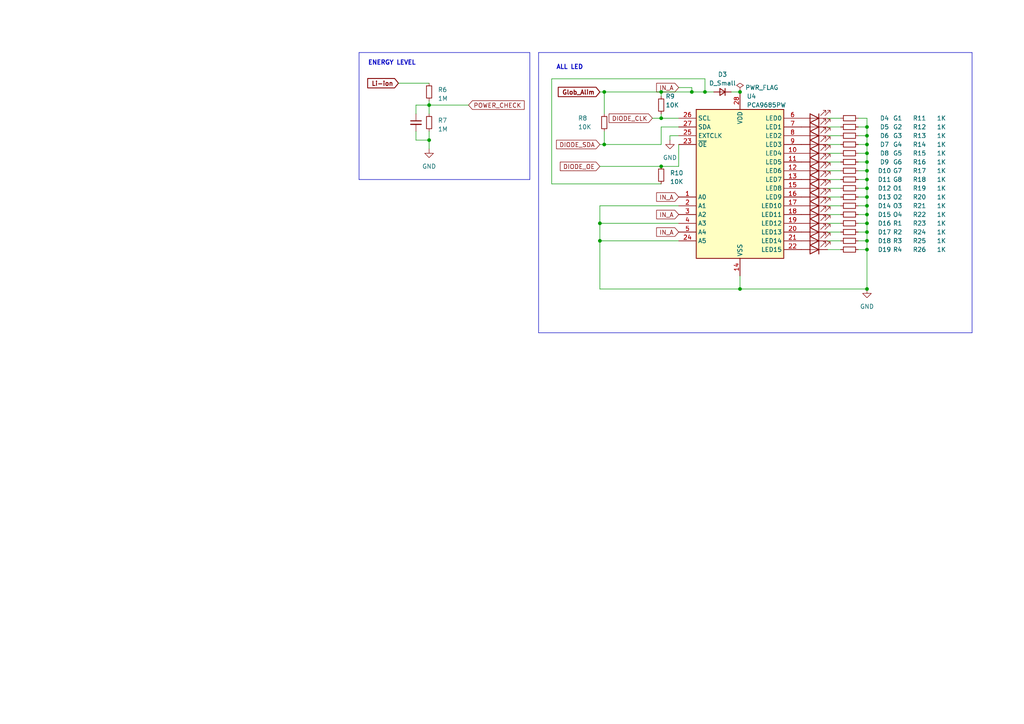
<source format=kicad_sch>
(kicad_sch (version 20230121) (generator eeschema)
  (paper "A4")
  (lib_symbols
    (symbol "Device:C_Small" (pin_numbers hide) (pin_names (offset 0.254) hide)
      (property "Reference" "C" (at 0.254 1.778 0))
      (property "Value" "C_Small" (at 0.254 -2.032 0))
      (symbol "C_Small_0_1"
        (polyline (pts (xy -1.524 -0.508) (xy 1.524 -0.508)) (stroke (width 0.3302)))
        (polyline (pts (xy -1.524 0.508) (xy 1.524 0.508)) (stroke (width 0.3048)))
      )
      (symbol "C_Small_1_1"
        (pin passive line (at 0 2.54 270) (length 2.032) (name "~") (number "1"))
        (pin passive line (at 0 -2.54 90) (length 2.032) (name "~") (number "2"))
      )
    )
    (symbol "Device:D_Small" (pin_numbers hide) (pin_names (offset 0.254) hide)
      (property "Reference" "D" (at -1.27 2.032 0))
      (property "Value" "D_Small" (at -3.81 -2.032 0))
      (symbol "D_Small_0_1"
        (polyline (pts (xy -0.762 -1.016) (xy -0.762 1.016)) (stroke (width 0.254)))
        (polyline (pts (xy -0.762 0) (xy 0.762 0)))
        (polyline (pts (xy 0.762 -1.016) (xy -0.762 0) (xy 0.762 1.016) (xy 0.762 -1.016)) (stroke (width 0.254)))
      )
      (symbol "D_Small_1_1"
        (pin passive line (at -2.54 0 0) (length 1.778) (name "K") (number "1"))
        (pin passive line (at 2.54 0 180) (length 1.778) (name "A") (number "2"))
      )
    )
    (symbol "Device:LED" (pin_numbers hide) (pin_names (offset 1.016) hide)
      (property "Reference" "D" (at 0 2.54 0))
      (property "Value" "LED" (at 0 -2.54 0))
      (symbol "LED_0_1"
        (polyline (pts (xy -1.27 -1.27) (xy -1.27 1.27)) (stroke (width 0.254)))
        (polyline (pts (xy -1.27 0) (xy 1.27 0)))
        (polyline (pts (xy 1.27 -1.27) (xy 1.27 1.27) (xy -1.27 0) (xy 1.27 -1.27)) (stroke (width 0.254)))
        (polyline (pts (xy -3.048 -0.762) (xy -4.572 -2.286) (xy -3.81 -2.286) (xy -4.572 -2.286) (xy -4.572 -1.524)))
        (polyline (pts (xy -1.778 -0.762) (xy -3.302 -2.286) (xy -2.54 -2.286) (xy -3.302 -2.286) (xy -3.302 -1.524)))
      )
      (symbol "LED_1_1"
        (pin passive line (at -3.81 0 0) (length 2.54) (name "K") (number "1"))
        (pin passive line (at 3.81 0 180) (length 2.54) (name "A") (number "2"))
      )
    )
    (symbol "Device:R_Small" (pin_numbers hide) (pin_names (offset 0.254) hide)
      (property "Reference" "R" (at 0.762 0.508 0))
      (property "Value" "R_Small" (at 0.762 -1.016 0))
      (symbol "R_Small_0_1"
        (rectangle (start -0.762 1.778) (end 0.762 -1.778) (stroke (width 0.2032)))
      )
      (symbol "R_Small_1_1"
        (pin passive line (at 0 2.54 270) (length 0.762) (name "~") (number "1"))
        (pin passive line (at 0 -2.54 90) (length 0.762) (name "~") (number "2"))
      )
    )
    (symbol "Driver_LED:PCA9685PW"
      (property "Reference" "U" (at -12.7 22.225 0))
      (property "Value" "PCA9685PW" (at 1.27 22.225 0))
      (symbol "PCA9685PW_0_1"
        (rectangle (start -12.7 20.32) (end 12.7 -22.86) (stroke (width 0.254)) (fill (type background)))
      )
      (symbol "PCA9685PW_1_1"
        (pin input line (at -17.78 -5.08 0) (length 5.08) (name "A0") (number "1"))
        (pin output line (at 17.78 7.62 180) (length 5.08) (name "LED4") (number "10"))
        (pin output line (at 17.78 5.08 180) (length 5.08) (name "LED5") (number "11"))
        (pin output line (at 17.78 2.54 180) (length 5.08) (name "LED6") (number "12"))
        (pin output line (at 17.78 0 180) (length 5.08) (name "LED7") (number "13"))
        (pin power_in line (at 0 -27.94 90) (length 5.08) (name "VSS") (number "14"))
        (pin output line (at 17.78 -2.54 180) (length 5.08) (name "LED8") (number "15"))
        (pin output line (at 17.78 -5.08 180) (length 5.08) (name "LED9") (number "16"))
        (pin output line (at 17.78 -7.62 180) (length 5.08) (name "LED10") (number "17"))
        (pin output line (at 17.78 -10.16 180) (length 5.08) (name "LED11") (number "18"))
        (pin output line (at 17.78 -12.7 180) (length 5.08) (name "LED12") (number "19"))
        (pin input line (at -17.78 -7.62 0) (length 5.08) (name "A1") (number "2"))
        (pin output line (at 17.78 -15.24 180) (length 5.08) (name "LED13") (number "20"))
        (pin output line (at 17.78 -17.78 180) (length 5.08) (name "LED14") (number "21"))
        (pin output line (at 17.78 -20.32 180) (length 5.08) (name "LED15") (number "22"))
        (pin input line (at -17.78 10.16 0) (length 5.08) (name "~{OE}") (number "23"))
        (pin input line (at -17.78 -17.78 0) (length 5.08) (name "A5") (number "24"))
        (pin input line (at -17.78 12.7 0) (length 5.08) (name "EXTCLK") (number "25"))
        (pin input line (at -17.78 17.78 0) (length 5.08) (name "SCL") (number "26"))
        (pin bidirectional line (at -17.78 15.24 0) (length 5.08) (name "SDA") (number "27"))
        (pin power_in line (at 0 25.4 270) (length 5.08) (name "VDD") (number "28"))
        (pin input line (at -17.78 -10.16 0) (length 5.08) (name "A2") (number "3"))
        (pin input line (at -17.78 -12.7 0) (length 5.08) (name "A3") (number "4"))
        (pin input line (at -17.78 -15.24 0) (length 5.08) (name "A4") (number "5"))
        (pin output line (at 17.78 17.78 180) (length 5.08) (name "LED0") (number "6"))
        (pin output line (at 17.78 15.24 180) (length 5.08) (name "LED1") (number "7"))
        (pin output line (at 17.78 12.7 180) (length 5.08) (name "LED2") (number "8"))
        (pin output line (at 17.78 10.16 180) (length 5.08) (name "LED3") (number "9"))
      )
    )
    (symbol "power:GND" (power) (pin_names (offset 0))
      (property "Value" "GND" (at 0 -3.81 0))
      (symbol "GND_0_1"
        (polyline (pts (xy 0 0) (xy 0 -1.27) (xy 1.27 -1.27) (xy 0 -2.54) (xy -1.27 -1.27) (xy 0 -1.27)))
      )
      (symbol "GND_1_1"
        (pin power_in line (at 0 0 270) (length 0) hide (name "GND") (number "1"))
      )
    )
    (symbol "power:PWR_FLAG" (power) (pin_numbers hide) (pin_names (offset 0) hide)
      (property "Value" "PWR_FLAG" (at 0 3.81 0))
      (symbol "PWR_FLAG_0_0"
        (pin power_out line (at 0 0 90) (length 0) (name "pwr") (number "1"))
      )
      (symbol "PWR_FLAG_0_1"
        (polyline (pts (xy 0 0) (xy 0 1.27) (xy -1.016 1.905) (xy 0 2.54) (xy 1.016 1.905) (xy 0 1.27)))
      )
    )
  )
  (junction (at 175.26 26.67))
  (junction (at 214.63 83.82))
  (junction (at 251.46 39.37))
  (junction (at 214.63 26.67))
  (junction (at 251.46 46.99))
  (junction (at 191.77 26.67))
  (junction (at 124.46 30.48))
  (junction (at 251.46 49.53))
  (junction (at 251.46 69.85))
  (junction (at 251.46 62.23))
  (junction (at 191.77 34.29))
  (junction (at 191.77 48.26))
  (junction (at 251.46 36.83))
  (junction (at 251.46 44.45))
  (junction (at 251.46 64.77))
  (junction (at 173.99 69.85))
  (junction (at 175.26 41.91))
  (junction (at 251.46 52.07))
  (junction (at 251.46 59.69))
  (junction (at 204.47 26.67))
  (junction (at 251.46 54.61))
  (junction (at 251.46 41.91))
  (junction (at 251.46 72.39))
  (junction (at 200.66 26.67))
  (junction (at 251.46 57.15))
  (junction (at 124.46 40.64))
  (junction (at 251.46 83.82))
  (junction (at 173.99 64.77))
  (junction (at 251.46 67.31))
  (wire (pts (xy 248.92 67.31) (xy 251.46 67.31)))
  (wire (pts (xy 251.46 39.37) (xy 251.46 36.83)))
  (wire (pts (xy 214.63 83.82) (xy 251.46 83.82)))
  (wire (pts (xy 191.77 41.91) (xy 191.77 36.83)))
  (wire (pts (xy 251.46 52.07) (xy 251.46 49.53)))
  (polyline (pts (xy 104.14 15.24) (xy 104.14 52.07)))
  (wire (pts (xy 251.46 34.29) (xy 248.92 34.29)))
  (wire (pts (xy 251.46 67.31) (xy 251.46 64.77)))
  (wire (pts (xy 240.03 72.39) (xy 243.84 72.39)))
  (wire (pts (xy 200.66 26.67) (xy 191.77 26.67)))
  (wire (pts (xy 240.03 62.23) (xy 243.84 62.23)))
  (wire (pts (xy 251.46 41.91) (xy 251.46 39.37)))
  (wire (pts (xy 240.03 39.37) (xy 243.84 39.37)))
  (polyline (pts (xy 281.94 96.52) (xy 156.21 96.52)))
  (wire (pts (xy 173.99 41.91) (xy 175.26 41.91)))
  (wire (pts (xy 115.57 24.13) (xy 124.46 24.13)))
  (wire (pts (xy 240.03 69.85) (xy 243.84 69.85)))
  (wire (pts (xy 175.26 26.67) (xy 173.99 26.67)))
  (wire (pts (xy 191.77 33.02) (xy 191.77 34.29)))
  (wire (pts (xy 191.77 48.26) (xy 196.85 48.26)))
  (wire (pts (xy 196.85 39.37) (xy 194.31 39.37)))
  (wire (pts (xy 240.03 64.77) (xy 243.84 64.77)))
  (wire (pts (xy 207.01 26.67) (xy 204.47 26.67)))
  (wire (pts (xy 191.77 36.83) (xy 196.85 36.83)))
  (wire (pts (xy 248.92 49.53) (xy 251.46 49.53)))
  (wire (pts (xy 248.92 62.23) (xy 251.46 62.23)))
  (wire (pts (xy 173.99 59.69) (xy 196.85 59.69)))
  (wire (pts (xy 248.92 69.85) (xy 251.46 69.85)))
  (wire (pts (xy 173.99 69.85) (xy 196.85 69.85)))
  (wire (pts (xy 240.03 52.07) (xy 243.84 52.07)))
  (wire (pts (xy 248.92 44.45) (xy 251.46 44.45)))
  (polyline (pts (xy 153.67 52.07) (xy 153.67 15.24)))
  (wire (pts (xy 248.92 41.91) (xy 251.46 41.91)))
  (wire (pts (xy 191.77 53.34) (xy 160.02 53.34)))
  (wire (pts (xy 251.46 72.39) (xy 251.46 69.85)))
  (wire (pts (xy 175.26 26.67) (xy 175.26 33.02)))
  (polyline (pts (xy 104.14 15.24) (xy 153.67 15.24)))
  (wire (pts (xy 120.65 38.1) (xy 120.65 40.64)))
  (polyline (pts (xy 156.21 15.24) (xy 281.94 15.24)))
  (wire (pts (xy 191.77 26.67) (xy 175.26 26.67)))
  (wire (pts (xy 173.99 64.77) (xy 173.99 69.85)))
  (wire (pts (xy 196.85 48.26) (xy 196.85 41.91)))
  (wire (pts (xy 240.03 67.31) (xy 243.84 67.31)))
  (wire (pts (xy 124.46 33.02) (xy 124.46 30.48)))
  (wire (pts (xy 251.46 54.61) (xy 251.46 52.07)))
  (wire (pts (xy 204.47 26.67) (xy 200.66 26.67)))
  (polyline (pts (xy 281.94 15.24) (xy 281.94 96.52)))
  (wire (pts (xy 175.26 38.1) (xy 175.26 41.91)))
  (wire (pts (xy 204.47 22.86) (xy 204.47 26.67)))
  (wire (pts (xy 214.63 80.01) (xy 214.63 83.82)))
  (wire (pts (xy 173.99 83.82) (xy 214.63 83.82)))
  (wire (pts (xy 212.09 26.67) (xy 214.63 26.67)))
  (wire (pts (xy 191.77 27.94) (xy 191.77 26.67)))
  (wire (pts (xy 194.31 39.37) (xy 194.31 40.64)))
  (wire (pts (xy 173.99 69.85) (xy 173.99 83.82)))
  (wire (pts (xy 124.46 38.1) (xy 124.46 40.64)))
  (wire (pts (xy 240.03 57.15) (xy 243.84 57.15)))
  (wire (pts (xy 196.85 25.4) (xy 200.66 25.4)))
  (wire (pts (xy 173.99 48.26) (xy 191.77 48.26)))
  (wire (pts (xy 251.46 83.82) (xy 251.46 72.39)))
  (wire (pts (xy 240.03 59.69) (xy 243.84 59.69)))
  (wire (pts (xy 160.02 53.34) (xy 160.02 22.86)))
  (polyline (pts (xy 104.14 52.07) (xy 153.67 52.07)))
  (wire (pts (xy 248.92 46.99) (xy 251.46 46.99)))
  (wire (pts (xy 248.92 57.15) (xy 251.46 57.15)))
  (wire (pts (xy 200.66 25.4) (xy 200.66 26.67)))
  (wire (pts (xy 251.46 62.23) (xy 251.46 59.69)))
  (wire (pts (xy 248.92 54.61) (xy 251.46 54.61)))
  (wire (pts (xy 240.03 36.83) (xy 243.84 36.83)))
  (wire (pts (xy 191.77 34.29) (xy 196.85 34.29)))
  (wire (pts (xy 248.92 36.83) (xy 251.46 36.83)))
  (wire (pts (xy 248.92 72.39) (xy 251.46 72.39)))
  (wire (pts (xy 243.84 34.29) (xy 240.03 34.29)))
  (wire (pts (xy 120.65 30.48) (xy 124.46 30.48)))
  (wire (pts (xy 251.46 36.83) (xy 251.46 34.29)))
  (wire (pts (xy 240.03 44.45) (xy 243.84 44.45)))
  (wire (pts (xy 189.23 34.29) (xy 191.77 34.29)))
  (wire (pts (xy 251.46 59.69) (xy 251.46 57.15)))
  (wire (pts (xy 251.46 46.99) (xy 251.46 44.45)))
  (wire (pts (xy 251.46 57.15) (xy 251.46 54.61)))
  (wire (pts (xy 248.92 39.37) (xy 251.46 39.37)))
  (wire (pts (xy 240.03 54.61) (xy 243.84 54.61)))
  (wire (pts (xy 160.02 22.86) (xy 204.47 22.86)))
  (wire (pts (xy 251.46 64.77) (xy 251.46 62.23)))
  (wire (pts (xy 124.46 29.21) (xy 124.46 30.48)))
  (wire (pts (xy 120.65 33.02) (xy 120.65 30.48)))
  (wire (pts (xy 120.65 40.64) (xy 124.46 40.64)))
  (wire (pts (xy 124.46 43.18) (xy 124.46 40.64)))
  (wire (pts (xy 248.92 59.69) (xy 251.46 59.69)))
  (wire (pts (xy 251.46 69.85) (xy 251.46 67.31)))
  (wire (pts (xy 248.92 52.07) (xy 251.46 52.07)))
  (wire (pts (xy 248.92 64.77) (xy 251.46 64.77)))
  (wire (pts (xy 251.46 44.45) (xy 251.46 41.91)))
  (wire (pts (xy 240.03 49.53) (xy 243.84 49.53)))
  (wire (pts (xy 173.99 64.77) (xy 196.85 64.77)))
  (wire (pts (xy 175.26 41.91) (xy 191.77 41.91)))
  (wire (pts (xy 124.46 30.48) (xy 135.89 30.48)))
  (wire (pts (xy 173.99 59.69) (xy 173.99 64.77)))
  (wire (pts (xy 251.46 49.53) (xy 251.46 46.99)))
  (polyline (pts (xy 156.21 15.24) (xy 156.21 96.52)))
  (wire (pts (xy 240.03 41.91) (xy 243.84 41.91)))
  (wire (pts (xy 240.03 46.99) (xy 243.84 46.99)))
  (text "ENERGY LEVEL" (at 106.68 19.05 0) (effects (font (size 1.27 1.27) bold) (justify left bottom)))
  (text "ALL LED" (at 161.29 20.32 0) (effects (font (size 1.27 1.27) (thickness 0.254) bold) (justify left bottom)))
  (global_label "IN_A" (shape input) (at 196.85 62.23 180) (property "Intersheetrefs" "${INTERSHEET_REFS}" (effects hide)))
  (global_label "Glob_Alim" (shape input) (at 173.99 26.67 180) (effects (font bold)) (property "Intersheetrefs" "${INTERSHEET_REFS}" (effects hide)))
  (global_label "DIODE_OE" (shape input) (at 173.99 48.26 180) (property "Intersheetrefs" "${INTERSHEET_REFS}" (effects hide)))
  (global_label "Li-ion" (shape input) (at 115.57 24.13 180) (effects (font bold)) (property "Intersheetrefs" "${INTERSHEET_REFS}" (effects hide)))
  (global_label "DIODE_CLK" (shape input) (at 189.23 34.29 180) (property "Intersheetrefs" "${INTERSHEET_REFS}" (effects hide)))
  (global_label "IN_A" (shape input) (at 196.85 25.4 180) (property "Intersheetrefs" "${INTERSHEET_REFS}" (effects hide)))
  (global_label "DIODE_SDA" (shape input) (at 173.99 41.91 180) (property "Intersheetrefs" "${INTERSHEET_REFS}" (effects hide)))
  (global_label "POWER_CHECK" (shape input) (at 135.89 30.48 0) (property "Intersheetrefs" "${INTERSHEET_REFS}" (effects hide)))
  (global_label "IN_A" (shape input) (at 196.85 57.15 180) (property "Intersheetrefs" "${INTERSHEET_REFS}" (effects hide)))
  (global_label "IN_A" (shape input) (at 196.85 67.31 180) (property "Intersheetrefs" "${INTERSHEET_REFS}" (effects hide)))
  (symbol (lib_id "power:PWR_FLAG") (at 214.63 26.67 0) (unit 1)
    (property "Reference" "#FLG06" (effects hide))
    (property "Value" "PWR_FLAG" (at 220.98 25.4 0))
  )
  (symbol (lib_id "Device:R_Small") (at 191.77 50.8 0) (unit 1)
    (property "Reference" "R10" (at 194.31 50.165 0) (effects (justify left)))
    (property "Value" "10K" (at 194.31 52.705 0) (effects (justify left)))
    (property "Footprint" "Resistor_SMD:R_0603_1608Metric_Pad0.98x0.95mm_HandSolder" (effects hide))
    (instances (project "Controller_NRF24L01_Include" (path "" (reference "R10") (unit 1))) (project "Controler_NRF24L01_Exclude" (path "" (reference "R16") (unit 1))))
  )
  (symbol (lib_id "Device:LED") (at 236.22 64.77 180) (unit 1)
    (property "Reference" "D16" (at 256.54 64.77 0))
    (property "Value" "R1" (at 260.35 64.77 0))
    (property "Footprint" "LED_SMD:LED_0603_1608Metric_Pad1.05x0.95mm_HandSolder" (effects hide))
    (instances (project "Controller_NRF24L01_Include" (path "" (reference "D16") (unit 1))) (project "Controler_NRF24L01_Exclude" (path "" (reference "D15") (unit 1))))
  )
  (symbol (lib_id "Device:R_Small") (at 246.38 49.53 90) (unit 1)
    (property "Reference" "R17" (at 266.7 49.53 90))
    (property "Value" "1K" (at 273.05 49.53 90))
    (property "Footprint" "Resistor_SMD:R_0603_1608Metric_Pad0.98x0.95mm_HandSolder" (effects hide))
    (instances (project "Controller_NRF24L01_Include" (path "" (reference "R17") (unit 1))) (project "Controler_NRF24L01_Exclude" (path "" (reference "R25") (unit 1))))
  )
  (symbol (lib_id "Device:R_Small") (at 246.38 52.07 90) (unit 1)
    (property "Reference" "R18" (at 266.7 52.07 90))
    (property "Value" "1K" (at 273.05 52.07 90))
    (property "Footprint" "Resistor_SMD:R_0603_1608Metric_Pad0.98x0.95mm_HandSolder" (effects hide))
    (instances (project "Controller_NRF24L01_Include" (path "" (reference "R18") (unit 1))) (project "Controler_NRF24L01_Exclude" (path "" (reference "R26") (unit 1))))
  )
  (symbol (lib_id "Device:R_Small") (at 246.38 72.39 90) (unit 1)
    (property "Reference" "R26" (at 266.7 72.39 90))
    (property "Value" "1K" (at 273.05 72.39 90))
    (property "Footprint" "Resistor_SMD:R_0603_1608Metric_Pad0.98x0.95mm_HandSolder" (effects hide))
    (instances (project "Controller_NRF24L01_Include" (path "" (reference "R26") (unit 1))) (project "Controler_NRF24L01_Exclude" (path "" (reference "R34") (unit 1))))
  )
  (symbol (lib_id "Device:R_Small") (at 246.38 41.91 90) (unit 1)
    (property "Reference" "R14" (at 266.7 41.91 90))
    (property "Value" "1K" (at 273.05 41.91 90))
    (property "Footprint" "Resistor_SMD:R_0603_1608Metric_Pad0.98x0.95mm_HandSolder" (effects hide))
    (instances (project "Controller_NRF24L01_Include" (path "" (reference "R14") (unit 1))) (project "Controler_NRF24L01_Exclude" (path "" (reference "R22") (unit 1))))
  )
  (symbol (lib_id "Device:R_Small") (at 124.46 35.56 0) (unit 1)
    (property "Reference" "R7" (at 127 34.925 0) (effects (justify left)))
    (property "Value" "1M" (at 127 37.465 0) (effects (justify left)))
    (property "Footprint" "Resistor_SMD:R_0603_1608Metric_Pad0.98x0.95mm_HandSolder" (effects hide))
    (instances (project "Controller_NRF24L01_Include" (path "" (reference "R7") (unit 1))) (project "Controler_NRF24L01_Exclude" (path "" (reference "R10") (unit 1))))
  )
  (symbol (lib_id "Device:LED") (at 236.22 67.31 180) (unit 1)
    (property "Reference" "D17" (at 256.54 67.31 0))
    (property "Value" "R2" (at 260.35 67.31 0))
    (property "Footprint" "LED_SMD:LED_0603_1608Metric_Pad1.05x0.95mm_HandSolder" (effects hide))
    (instances (project "Controller_NRF24L01_Include" (path "" (reference "D17") (unit 1))) (project "Controler_NRF24L01_Exclude" (path "" (reference "D16") (unit 1))))
  )
  (symbol (lib_id "Device:R_Small") (at 246.38 46.99 90) (unit 1)
    (property "Reference" "R16" (at 266.7 46.99 90))
    (property "Value" "1K" (at 273.05 46.99 90))
    (property "Footprint" "Resistor_SMD:R_0603_1608Metric_Pad0.98x0.95mm_HandSolder" (effects hide))
    (instances (project "Controller_NRF24L01_Include" (path "" (reference "R16") (unit 1))) (project "Controler_NRF24L01_Exclude" (path "" (reference "R24") (unit 1))))
  )
  (symbol (lib_id "Device:LED") (at 236.22 46.99 180) (unit 1)
    (property "Reference" "D9" (at 256.54 46.99 0))
    (property "Value" "G6" (at 260.35 46.99 0))
    (property "Footprint" "LED_SMD:LED_0603_1608Metric_Pad1.05x0.95mm_HandSolder" (effects hide))
    (instances (project "Controller_NRF24L01_Include" (path "" (reference "D9") (unit 1))) (project "Controler_NRF24L01_Exclude" (path "" (reference "D8") (unit 1))))
  )
  (symbol (lib_id "Device:R_Small") (at 124.46 26.67 0) (unit 1)
    (property "Reference" "R6" (at 127 26.035 0) (effects (justify left)))
    (property "Value" "1M" (at 127 28.575 0) (effects (justify left)))
    (property "Footprint" "Resistor_SMD:R_0603_1608Metric_Pad0.98x0.95mm_HandSolder" (effects hide))
    (instances (project "Controller_NRF24L01_Include" (path "" (reference "R6") (unit 1))) (project "Controler_NRF24L01_Exclude" (path "" (reference "R9") (unit 1))))
  )
  (symbol (lib_id "Device:LED") (at 236.22 57.15 180) (unit 1)
    (property "Reference" "D13" (at 256.54 57.15 0))
    (property "Value" "O2" (at 260.35 57.15 0))
    (property "Footprint" "LED_SMD:LED_0603_1608Metric_Pad1.05x0.95mm_HandSolder" (effects hide))
    (instances (project "Controller_NRF24L01_Include" (path "" (reference "D13") (unit 1))) (project "Controler_NRF24L01_Exclude" (path "" (reference "D12") (unit 1))))
  )
  (symbol (lib_id "Device:LED") (at 236.22 36.83 180) (unit 1)
    (property "Reference" "D5" (at 256.54 36.83 0))
    (property "Value" "G2" (at 260.35 36.83 0))
    (property "Footprint" "LED_SMD:LED_0603_1608Metric_Pad1.05x0.95mm_HandSolder" (effects hide))
    (instances (project "Controller_NRF24L01_Include" (path "" (reference "D5") (unit 1))) (project "Controler_NRF24L01_Exclude" (path "" (reference "D4") (unit 1))))
  )
  (symbol (lib_id "Device:LED") (at 236.22 72.39 180) (unit 1)
    (property "Reference" "D19" (at 256.54 72.39 0))
    (property "Value" "R4" (at 260.35 72.39 0))
    (property "Footprint" "LED_SMD:LED_0603_1608Metric_Pad1.05x0.95mm_HandSolder" (effects hide))
    (instances (project "Controller_NRF24L01_Include" (path "" (reference "D19") (unit 1))) (project "Controler_NRF24L01_Exclude" (path "" (reference "D18") (unit 1))))
  )
  (symbol (lib_id "power:GND") (at 194.31 40.64 0) (unit 1)
    (property "Reference" "#PWR025" (effects hide))
    (property "Value" "GND" (at 194.31 45.72 0))
    (instances (project "Controller_NRF24L01_Include" (path "" (reference "#PWR025") (unit 1))) (project "Controler_NRF24L01_Exclude" (path "" (reference "#PWR013") (unit 1))))
  )
  (symbol (lib_id "power:GND") (at 124.46 43.18 0) (unit 1)
    (property "Reference" "#PWR024" (effects hide))
    (property "Value" "GND" (at 124.46 48.26 0))
    (instances (project "Controller_NRF24L01_Include" (path "" (reference "#PWR024") (unit 1))) (project "Controler_NRF24L01_Exclude" (path "" (reference "#PWR012") (unit 1))))
  )
  (symbol (lib_id "Device:LED") (at 236.22 69.85 180) (unit 1)
    (property "Reference" "D18" (at 256.54 69.85 0))
    (property "Value" "R3" (at 260.35 69.85 0))
    (property "Footprint" "LED_SMD:LED_0603_1608Metric_Pad1.05x0.95mm_HandSolder" (effects hide))
    (instances (project "Controller_NRF24L01_Include" (path "" (reference "D18") (unit 1))) (project "Controler_NRF24L01_Exclude" (path "" (reference "D17") (unit 1))))
  )
  (symbol (lib_id "Device:R_Small") (at 246.38 54.61 90) (unit 1)
    (property "Reference" "R19" (at 266.7 54.61 90))
    (property "Value" "1K" (at 273.05 54.61 90))
    (property "Footprint" "Resistor_SMD:R_0603_1608Metric_Pad0.98x0.95mm_HandSolder" (effects hide))
    (instances (project "Controller_NRF24L01_Include" (path "" (reference "R19") (unit 1))) (project "Controler_NRF24L01_Exclude" (path "" (reference "R27") (unit 1))))
  )
  (symbol (lib_id "Device:D_Small") (at 209.55 26.67 180) (unit 1)
    (property "Reference" "D3" (at 209.55 21.59 0))
    (property "Value" "D_Small" (at 209.55 24.13 0))
    (property "Footprint" "LED_SMD:LED_0603_1608Metric_Pad1.05x0.95mm_HandSolder" (effects hide))
    (property "Sim.Device" "D" (effects hide))
    (property "Sim.Pins" "1=K 2=A" (effects hide))
    (instances (project "Controller_NRF24L01_Include" (path "" (reference "D3") (unit 1))) (project "Controler_NRF24L01_Exclude" (path "" (reference "D1") (unit 1))))
  )
  (symbol (lib_id "Device:LED") (at 236.22 54.61 180) (unit 1)
    (property "Reference" "D12" (at 256.54 54.61 0))
    (property "Value" "O1" (at 260.35 54.61 0))
    (property "Footprint" "LED_SMD:LED_0603_1608Metric_Pad1.05x0.95mm_HandSolder" (effects hide))
    (instances (project "Controller_NRF24L01_Include" (path "" (reference "D12") (unit 1))) (project "Controler_NRF24L01_Exclude" (path "" (reference "D11") (unit 1))))
  )
  (symbol (lib_id "Driver_LED:PCA9685PW") (at 214.63 52.07 0) (unit 1)
    (property "Reference" "U4" (at 216.5859 27.94 0) (effects (justify left)))
    (property "Value" "PCA9685PW" (at 216.5859 30.48 0) (effects (justify left)))
    (property "Footprint" "Package_SO:TSSOP-28_4.4x9.7mm_P0.65mm" (effects hide))
    (property "Datasheet" "http://www.nxp.com/documents/data_sheet/PCA9685.pdf" (effects hide))
  )
  (symbol (lib_id "Device:LED") (at 236.22 44.45 180) (unit 1)
    (property "Reference" "D8" (at 256.54 44.45 0))
    (property "Value" "G5" (at 260.35 44.45 0))
    (property "Footprint" "LED_SMD:LED_0603_1608Metric_Pad1.05x0.95mm_HandSolder" (effects hide))
    (instances (project "Controller_NRF24L01_Include" (path "" (reference "D8") (unit 1))) (project "Controler_NRF24L01_Exclude" (path "" (reference "D7") (unit 1))))
  )
  (symbol (lib_id "power:GND") (at 251.46 83.82 0) (unit 1)
    (property "Reference" "#PWR026" (effects hide))
    (property "Value" "GND" (at 251.46 88.9 0))
    (instances (project "Controller_NRF24L01_Include" (path "" (reference "#PWR026") (unit 1))) (project "Controler_NRF24L01_Exclude" (path "" (reference "#PWR020") (unit 1))))
  )
  (symbol (lib_id "Device:R_Small") (at 246.38 62.23 90) (unit 1)
    (property "Reference" "R22" (at 266.7 62.23 90))
    (property "Value" "1K" (at 273.05 62.23 90))
    (property "Footprint" "Resistor_SMD:R_0603_1608Metric_Pad0.98x0.95mm_HandSolder" (effects hide))
    (instances (project "Controller_NRF24L01_Include" (path "" (reference "R22") (unit 1))) (project "Controler_NRF24L01_Exclude" (path "" (reference "R30") (unit 1))))
  )
  (symbol (lib_id "Device:R_Small") (at 246.38 59.69 90) (unit 1)
    (property "Reference" "R21" (at 266.7 59.69 90))
    (property "Value" "1K" (at 273.05 59.69 90))
    (property "Footprint" "Resistor_SMD:R_0603_1608Metric_Pad0.98x0.95mm_HandSolder" (effects hide))
    (instances (project "Controller_NRF24L01_Include" (path "" (reference "R21") (unit 1))) (project "Controler_NRF24L01_Exclude" (path "" (reference "R29") (unit 1))))
  )
  (symbol (lib_id "Device:R_Small") (at 191.77 30.48 0) (unit 1)
    (property "Reference" "R9" (at 193.04 27.94 0) (effects (justify left)))
    (property "Value" "10K" (at 193.04 30.48 0) (effects (justify left)))
    (property "Footprint" "Resistor_SMD:R_0603_1608Metric_Pad0.98x0.95mm_HandSolder" (effects hide))
    (instances (project "Controller_NRF24L01_Include" (path "" (reference "R9") (unit 1))) (project "Controler_NRF24L01_Exclude" (path "" (reference "R14") (unit 1))))
  )
  (symbol (lib_id "Device:R_Small") (at 246.38 34.29 90) (unit 1)
    (property "Reference" "R11" (at 266.7 34.29 90))
    (property "Value" "1K" (at 273.05 34.29 90))
    (property "Footprint" "Resistor_SMD:R_0603_1608Metric_Pad0.98x0.95mm_HandSolder" (effects hide))
    (instances (project "Controller_NRF24L01_Include" (path "" (reference "R11") (unit 1))) (project "Controler_NRF24L01_Exclude" (path "" (reference "R18") (unit 1))))
  )
  (symbol (lib_id "Device:R_Small") (at 246.38 67.31 90) (unit 1)
    (property "Reference" "R24" (at 266.7 67.31 90))
    (property "Value" "1K" (at 273.05 67.31 90))
    (property "Footprint" "Resistor_SMD:R_0603_1608Metric_Pad0.98x0.95mm_HandSolder" (effects hide))
    (instances (project "Controller_NRF24L01_Include" (path "" (reference "R24") (unit 1))) (project "Controler_NRF24L01_Exclude" (path "" (reference "R32") (unit 1))))
  )
  (symbol (lib_id "Device:R_Small") (at 246.38 36.83 90) (unit 1)
    (property "Reference" "R12" (at 266.7 36.83 90))
    (property "Value" "1K" (at 273.05 36.83 90))
    (property "Footprint" "Resistor_SMD:R_0603_1608Metric_Pad0.98x0.95mm_HandSolder" (effects hide))
    (instances (project "Controller_NRF24L01_Include" (path "" (reference "R12") (unit 1))) (project "Controler_NRF24L01_Exclude" (path "" (reference "R20") (unit 1))))
  )
  (symbol (lib_id "Device:LED") (at 236.22 39.37 180) (unit 1)
    (property "Reference" "D6" (at 256.54 39.37 0))
    (property "Value" "G3" (at 260.35 39.37 0))
    (property "Footprint" "LED_SMD:LED_0603_1608Metric_Pad1.05x0.95mm_HandSolder" (effects hide))
    (instances (project "Controller_NRF24L01_Include" (path "" (reference "D6") (unit 1))) (project "Controler_NRF24L01_Exclude" (path "" (reference "D5") (unit 1))))
  )
  (symbol (lib_id "Device:R_Small") (at 246.38 69.85 90) (unit 1)
    (property "Reference" "R25" (at 266.7 69.85 90))
    (property "Value" "1K" (at 273.05 69.85 90))
    (property "Footprint" "Resistor_SMD:R_0603_1608Metric_Pad0.98x0.95mm_HandSolder" (effects hide))
    (instances (project "Controller_NRF24L01_Include" (path "" (reference "R25") (unit 1))) (project "Controler_NRF24L01_Exclude" (path "" (reference "R33") (unit 1))))
  )
  (symbol (lib_id "Device:R_Small") (at 246.38 64.77 90) (unit 1)
    (property "Reference" "R23" (at 266.7 64.77 90))
    (property "Value" "1K" (at 273.05 64.77 90))
    (property "Footprint" "Resistor_SMD:R_0603_1608Metric_Pad0.98x0.95mm_HandSolder" (effects hide))
    (instances (project "Controller_NRF24L01_Include" (path "" (reference "R23") (unit 1))) (project "Controler_NRF24L01_Exclude" (path "" (reference "R31") (unit 1))))
  )
  (symbol (lib_id "Device:R_Small") (at 246.38 39.37 90) (unit 1)
    (property "Reference" "R13" (at 266.7 39.37 90))
    (property "Value" "1K" (at 273.05 39.37 90))
    (property "Footprint" "Resistor_SMD:R_0603_1608Metric_Pad0.98x0.95mm_HandSolder" (effects hide))
    (instances (project "Controller_NRF24L01_Include" (path "" (reference "R13") (unit 1))) (project "Controler_NRF24L01_Exclude" (path "" (reference "R21") (unit 1))))
  )
  (symbol (lib_id "Device:LED") (at 236.22 34.29 180) (unit 1)
    (property "Reference" "D4" (at 256.54 34.29 0))
    (property "Value" "G1" (at 260.35 34.29 0))
    (property "Footprint" "LED_SMD:LED_0603_1608Metric_Pad1.05x0.95mm_HandSolder" (effects hide))
    (instances (project "Controller_NRF24L01_Include" (path "" (reference "D4") (unit 1))) (project "Controler_NRF24L01_Exclude" (path "" (reference "D3") (unit 1))))
  )
  (symbol (lib_id "Device:LED") (at 236.22 62.23 180) (unit 1)
    (property "Reference" "D15" (at 256.54 62.23 0))
    (property "Value" "O4" (at 260.35 62.23 0))
    (property "Footprint" "LED_SMD:LED_0603_1608Metric_Pad1.05x0.95mm_HandSolder" (effects hide))
    (instances (project "Controller_NRF24L01_Include" (path "" (reference "D15") (unit 1))) (project "Controler_NRF24L01_Exclude" (path "" (reference "D14") (unit 1))))
  )
  (symbol (lib_id "Device:LED") (at 236.22 52.07 180) (unit 1)
    (property "Reference" "D11" (at 256.54 52.07 0))
    (property "Value" "G8" (at 260.35 52.07 0))
    (property "Footprint" "LED_SMD:LED_0603_1608Metric_Pad1.05x0.95mm_HandSolder" (effects hide))
    (instances (project "Controller_NRF24L01_Include" (path "" (reference "D11") (unit 1))) (project "Controler_NRF24L01_Exclude" (path "" (reference "D10") (unit 1))))
  )
  (symbol (lib_id "Device:LED") (at 236.22 49.53 180) (unit 1)
    (property "Reference" "D10" (at 256.54 49.53 0))
    (property "Value" "G7" (at 260.35 49.53 0))
    (property "Footprint" "LED_SMD:LED_0603_1608Metric_Pad1.05x0.95mm_HandSolder" (effects hide))
    (instances (project "Controller_NRF24L01_Include" (path "" (reference "D10") (unit 1))) (project "Controler_NRF24L01_Exclude" (path "" (reference "D9") (unit 1))))
  )
  (symbol (lib_id "Device:LED") (at 236.22 41.91 180) (unit 1)
    (property "Reference" "D7" (at 256.54 41.91 0))
    (property "Value" "G4" (at 260.35 41.91 0))
    (property "Footprint" "LED_SMD:LED_0603_1608Metric_Pad1.05x0.95mm_HandSolder" (effects hide))
    (instances (project "Controller_NRF24L01_Include" (path "" (reference "D7") (unit 1))) (project "Controler_NRF24L01_Exclude" (path "" (reference "D6") (unit 1))))
  )
  (symbol (lib_id "Device:R_Small") (at 175.26 35.56 180) (unit 1)
    (property "Reference" "R8" (at 167.64 34.29 0) (effects (justify right)))
    (property "Value" "10K" (at 167.64 36.83 0) (effects (justify right)))
    (property "Footprint" "Resistor_SMD:R_0603_1608Metric_Pad0.98x0.95mm_HandSolder" (effects hide))
    (instances (project "Controller_NRF24L01_Include" (path "" (reference "R8") (unit 1))) (project "Controler_NRF24L01_Exclude" (path "" (reference "R11") (unit 1))))
  )
  (symbol (lib_id "Device:R_Small") (at 246.38 44.45 90) (unit 1)
    (property "Reference" "R15" (at 266.7 44.45 90))
    (property "Value" "1K" (at 273.05 44.45 90))
    (property "Footprint" "Resistor_SMD:R_0603_1608Metric_Pad0.98x0.95mm_HandSolder" (effects hide))
    (instances (project "Controller_NRF24L01_Include" (path "" (reference "R15") (unit 1))) (project "Controler_NRF24L01_Exclude" (path "" (reference "R23") (unit 1))))
  )
  (symbol (lib_id "Device:R_Small") (at 246.38 57.15 90) (unit 1)
    (property "Reference" "R20" (at 266.7 57.15 90))
    (property "Value" "1K" (at 273.05 57.15 90))
    (property "Footprint" "Resistor_SMD:R_0603_1608Metric_Pad0.98x0.95mm_HandSolder" (effects hide))
    (instances (project "Controller_NRF24L01_Include" (path "" (reference "R20") (unit 1))) (project "Controler_NRF24L01_Exclude" (path "" (reference "R28") (unit 1))))
  )
  (symbol (lib_id "Device:C_Small") (at 120.65 35.56 0) (unit 1)
    (property "Reference" "C?" (effects hide))
    (property "Value" "1nF" (effects hide))
    (property "Footprint" "Capacitor_SMD:C_0603_1608Metric_Pad1.08x0.95mm_HandSolder" (effects hide))
    (instances (project "Controller_NRF24L01_Include" (path "" (reference "C?") (unit 1)) (path "" (reference "C13") (unit 1))) (project "Controler_NRF24L01_Exclude" (path "" (reference "C2") (unit 1))))
  )
  (symbol (lib_id "Device:LED") (at 236.22 59.69 180) (unit 1)
    (property "Reference" "D14" (at 256.54 59.69 0))
    (property "Value" "O3" (at 260.35 59.69 0))
    (property "Footprint" "LED_SMD:LED_0603_1608Metric_Pad1.05x0.95mm_HandSolder" (effects hide))
    (instances (project "Controller_NRF24L01_Include" (path "" (reference "D14") (unit 1))) (project "Controler_NRF24L01_Exclude" (path "" (reference "D13") (unit 1))))
  )
)
</source>
